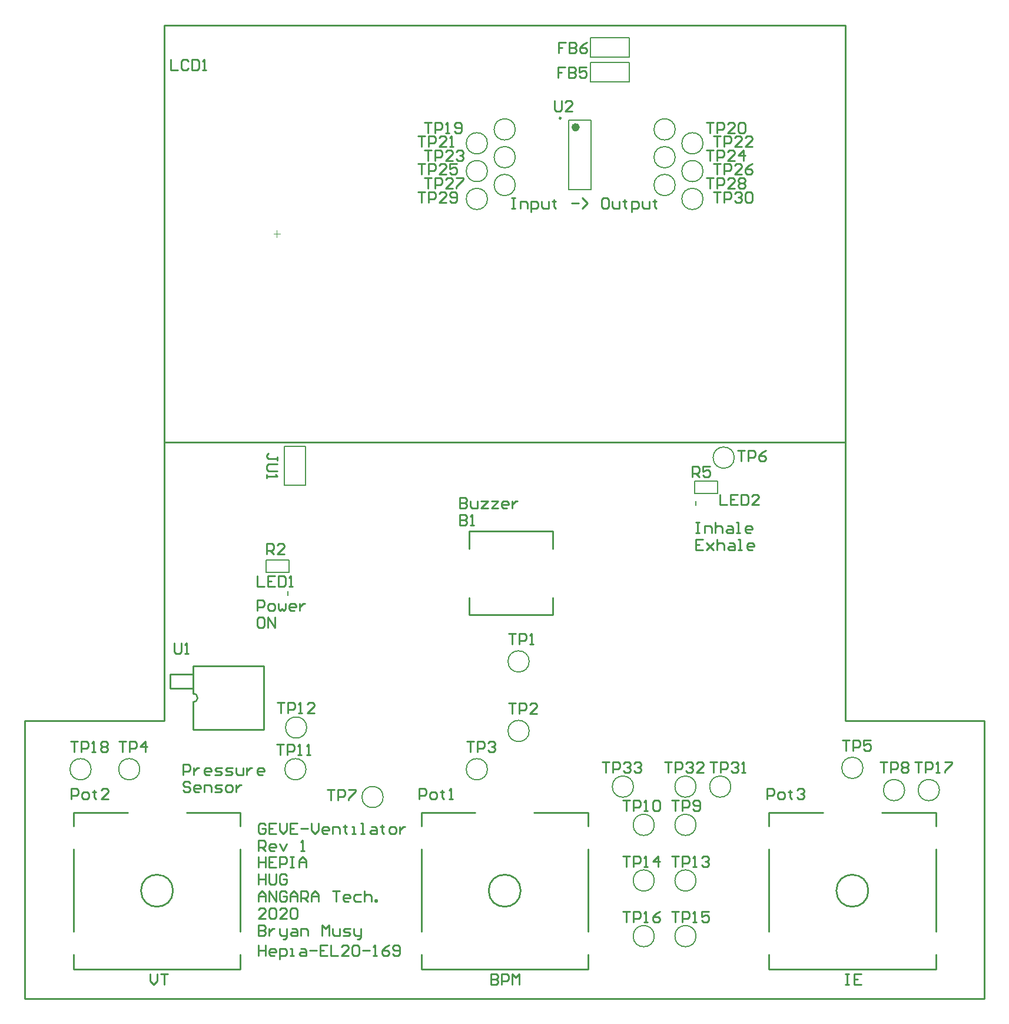
<source format=gto>
G04 Layer_Color=65535*
%FSLAX44Y44*%
%MOMM*%
G71*
G01*
G75*
%ADD17C,0.2540*%
%ADD18C,0.1000*%
%ADD36C,0.6000*%
%ADD37C,0.2500*%
%ADD38C,0.2032*%
%ADD39C,0.2000*%
D17*
X1213000Y155350D02*
G03*
X1213000Y155350I-23000J0D01*
G01*
X213000D02*
G03*
X213000Y155350I-23000J0D01*
G01*
X713000D02*
G03*
X713000Y155350I-23000J0D01*
G01*
X241900Y426340D02*
G03*
X241900Y439040I0J6350D01*
G01*
X200000Y800000D02*
X1180000D01*
Y1400000D01*
X200000Y800000D02*
Y1400000D01*
X1180000D01*
X1310000Y96350D02*
Y155350D01*
Y58350D02*
Y63350D01*
X1070000Y96350D02*
Y155350D01*
Y42500D02*
Y63350D01*
X1310000Y155350D02*
Y215350D01*
X1070000Y155350D02*
Y215350D01*
X1310000Y248350D02*
Y267500D01*
X1070000Y248350D02*
Y267500D01*
Y42500D02*
X1310000D01*
Y58350D01*
X1070000Y267500D02*
X1147500D01*
X1232500D02*
X1310000D01*
X310000Y96350D02*
Y155350D01*
Y58350D02*
Y63350D01*
X70000Y96350D02*
Y155350D01*
Y42500D02*
Y63350D01*
X310000Y155350D02*
Y215350D01*
X70000Y155350D02*
Y215350D01*
X310000Y248350D02*
Y267500D01*
X70000Y248350D02*
Y267500D01*
Y42500D02*
X310000D01*
Y58350D01*
X70000Y267500D02*
X147500D01*
X232500D02*
X310000D01*
X810000Y96350D02*
Y155350D01*
Y58350D02*
Y63350D01*
X570000Y96350D02*
Y155350D01*
Y42500D02*
Y63350D01*
X810000Y155350D02*
Y215350D01*
X570000Y155350D02*
Y215350D01*
X810000Y248350D02*
Y267500D01*
X570000Y248350D02*
Y267500D01*
Y42500D02*
X810000D01*
Y58350D01*
X570000Y267500D02*
X647500D01*
X732500D02*
X810000D01*
X208880Y446660D02*
Y466980D01*
X241900D01*
X208880Y446660D02*
X241900D01*
Y386970D02*
Y426340D01*
Y439040D02*
Y478410D01*
X343500D01*
Y386970D02*
Y478410D01*
X241900Y386970D02*
X343500D01*
X759000Y647000D02*
Y672000D01*
Y552000D02*
Y577000D01*
X639000Y552000D02*
Y577000D01*
Y647000D02*
Y672000D01*
Y552000D02*
X759000D01*
X639000Y672000D02*
X759000D01*
X345697Y250039D02*
X343158Y252578D01*
X338079D01*
X335540Y250039D01*
Y239883D01*
X338079Y237343D01*
X343158D01*
X345697Y239883D01*
Y244961D01*
X340618D01*
X360932Y252578D02*
X350775D01*
Y237343D01*
X360932D01*
X350775Y244961D02*
X355853D01*
X366010Y252578D02*
Y242422D01*
X371088Y237343D01*
X376167Y242422D01*
Y252578D01*
X391402D02*
X381245D01*
Y237343D01*
X391402D01*
X381245Y244961D02*
X386324D01*
X396480D02*
X406637D01*
X411715Y252578D02*
Y242422D01*
X416794Y237343D01*
X421872Y242422D01*
Y252578D01*
X434568Y237343D02*
X429490D01*
X426950Y239883D01*
Y244961D01*
X429490Y247500D01*
X434568D01*
X437107Y244961D01*
Y242422D01*
X426950D01*
X442186Y237343D02*
Y247500D01*
X449803D01*
X452342Y244961D01*
Y237343D01*
X459960Y250039D02*
Y247500D01*
X457421D01*
X462499D01*
X459960D01*
Y239883D01*
X462499Y237343D01*
X470117D02*
X475195D01*
X472656D01*
Y247500D01*
X470117D01*
X482812Y237343D02*
X487891D01*
X485351D01*
Y252578D01*
X482812D01*
X498047Y247500D02*
X503126D01*
X505665Y244961D01*
Y237343D01*
X498047D01*
X495508Y239883D01*
X498047Y242422D01*
X505665D01*
X513283Y250039D02*
Y247500D01*
X510743D01*
X515822D01*
X513283D01*
Y239883D01*
X515822Y237343D01*
X525978D02*
X531057D01*
X533596Y239883D01*
Y244961D01*
X531057Y247500D01*
X525978D01*
X523439Y244961D01*
Y239883D01*
X525978Y237343D01*
X538674Y247500D02*
Y237343D01*
Y242422D01*
X541213Y244961D01*
X543753Y247500D01*
X546292D01*
X335540Y212965D02*
Y228200D01*
X343158D01*
X345697Y225661D01*
Y220583D01*
X343158Y218043D01*
X335540D01*
X340618D02*
X345697Y212965D01*
X358393D02*
X353314D01*
X350775Y215504D01*
Y220583D01*
X353314Y223122D01*
X358393D01*
X360932Y220583D01*
Y218043D01*
X350775D01*
X366010Y223122D02*
X371088Y212965D01*
X376167Y223122D01*
X396480Y212965D02*
X401559D01*
X399020D01*
Y228200D01*
X396480Y225661D01*
X335540Y203822D02*
Y188587D01*
Y196205D01*
X345697D01*
Y203822D01*
Y188587D01*
X360932Y203822D02*
X350775D01*
Y188587D01*
X360932D01*
X350775Y196205D02*
X355853D01*
X366010Y188587D02*
Y203822D01*
X373628D01*
X376167Y201283D01*
Y196205D01*
X373628Y193665D01*
X366010D01*
X381245Y203822D02*
X386324D01*
X383784D01*
Y188587D01*
X381245D01*
X386324D01*
X393941D02*
Y198744D01*
X399019Y203822D01*
X404098Y198744D01*
Y188587D01*
Y196205D01*
X393941D01*
X335540Y179444D02*
Y164209D01*
Y171827D01*
X345697D01*
Y179444D01*
Y164209D01*
X350775Y179444D02*
Y166748D01*
X353314Y164209D01*
X358393D01*
X360932Y166748D01*
Y179444D01*
X376167Y176905D02*
X373628Y179444D01*
X368549D01*
X366010Y176905D01*
Y166748D01*
X368549Y164209D01*
X373628D01*
X376167Y166748D01*
Y171827D01*
X371088D01*
X335540Y139831D02*
Y149988D01*
X340618Y155066D01*
X345697Y149988D01*
Y139831D01*
Y147449D01*
X335540D01*
X350775Y139831D02*
Y155066D01*
X360932Y139831D01*
Y155066D01*
X376167Y152527D02*
X373628Y155066D01*
X368549D01*
X366010Y152527D01*
Y142370D01*
X368549Y139831D01*
X373628D01*
X376167Y142370D01*
Y147449D01*
X371088D01*
X381245Y139831D02*
Y149988D01*
X386324Y155066D01*
X391402Y149988D01*
Y139831D01*
Y147449D01*
X381245D01*
X396480Y139831D02*
Y155066D01*
X404098D01*
X406637Y152527D01*
Y147449D01*
X404098Y144909D01*
X396480D01*
X401559D02*
X406637Y139831D01*
X411715D02*
Y149988D01*
X416794Y155066D01*
X421872Y149988D01*
Y139831D01*
Y147449D01*
X411715D01*
X442186Y155066D02*
X452342D01*
X447264D01*
Y139831D01*
X465038D02*
X459960D01*
X457421Y142370D01*
Y147449D01*
X459960Y149988D01*
X465038D01*
X467577Y147449D01*
Y144909D01*
X457421D01*
X482812Y149988D02*
X475195D01*
X472656Y147449D01*
Y142370D01*
X475195Y139831D01*
X482812D01*
X487891Y155066D02*
Y139831D01*
Y147449D01*
X490430Y149988D01*
X495508D01*
X498047Y147449D01*
Y139831D01*
X503126D02*
Y142370D01*
X505665D01*
Y139831D01*
X503126D01*
X345697Y115453D02*
X335540D01*
X345697Y125610D01*
Y128149D01*
X343158Y130688D01*
X338079D01*
X335540Y128149D01*
X350775D02*
X353314Y130688D01*
X358393D01*
X360932Y128149D01*
Y117992D01*
X358393Y115453D01*
X353314D01*
X350775Y117992D01*
Y128149D01*
X376167Y115453D02*
X366010D01*
X376167Y125610D01*
Y128149D01*
X373628Y130688D01*
X368549D01*
X366010Y128149D01*
X381245D02*
X383784Y130688D01*
X388863D01*
X391402Y128149D01*
Y117992D01*
X388863Y115453D01*
X383784D01*
X381245Y117992D01*
Y128149D01*
X335540Y106310D02*
Y91075D01*
X343158D01*
X345697Y93614D01*
Y96153D01*
X343158Y98692D01*
X335540D01*
X343158D01*
X345697Y101231D01*
Y103771D01*
X343158Y106310D01*
X335540D01*
X350775Y101231D02*
Y91075D01*
Y96153D01*
X353314Y98692D01*
X355853Y101231D01*
X358393D01*
X366010D02*
Y93614D01*
X368549Y91075D01*
X376167D01*
Y88536D01*
X373628Y85996D01*
X371088D01*
X376167Y91075D02*
Y101231D01*
X383784D02*
X388863D01*
X391402Y98692D01*
Y91075D01*
X383784D01*
X381245Y93614D01*
X383784Y96153D01*
X391402D01*
X396480Y91075D02*
Y101231D01*
X404098D01*
X406637Y98692D01*
Y91075D01*
X426950D02*
Y106310D01*
X432029Y101231D01*
X437107Y106310D01*
Y91075D01*
X442186Y101231D02*
Y93614D01*
X444725Y91075D01*
X452342D01*
Y101231D01*
X457421Y91075D02*
X465038D01*
X467577Y93614D01*
X465038Y96153D01*
X459960D01*
X457421Y98692D01*
X459960Y101231D01*
X467577D01*
X472656D02*
Y93614D01*
X475195Y91075D01*
X482812D01*
Y88536D01*
X480273Y85996D01*
X477734D01*
X482812Y91075D02*
Y101231D01*
X335540Y76853D02*
Y61618D01*
Y69236D01*
X345697D01*
Y76853D01*
Y61618D01*
X358393D02*
X353314D01*
X350775Y64158D01*
Y69236D01*
X353314Y71775D01*
X358393D01*
X360932Y69236D01*
Y66697D01*
X350775D01*
X366010Y56540D02*
Y71775D01*
X373628D01*
X376167Y69236D01*
Y64158D01*
X373628Y61618D01*
X366010D01*
X381245D02*
X386324D01*
X383784D01*
Y71775D01*
X381245D01*
X396480D02*
X401559D01*
X404098Y69236D01*
Y61618D01*
X396480D01*
X393941Y64158D01*
X396480Y66697D01*
X404098D01*
X409176Y69236D02*
X419333D01*
X434568Y76853D02*
X424411D01*
Y61618D01*
X434568D01*
X424411Y69236D02*
X429490D01*
X439646Y76853D02*
Y61618D01*
X449803D01*
X465038D02*
X454881D01*
X465038Y71775D01*
Y74314D01*
X462499Y76853D01*
X457421D01*
X454881Y74314D01*
X470117D02*
X472656Y76853D01*
X477734D01*
X480273Y74314D01*
Y64158D01*
X477734Y61618D01*
X472656D01*
X470117Y64158D01*
Y74314D01*
X485351Y69236D02*
X495508D01*
X500587Y61618D02*
X505665D01*
X503126D01*
Y76853D01*
X500587Y74314D01*
X523439Y76853D02*
X518361Y74314D01*
X513283Y69236D01*
Y64158D01*
X515822Y61618D01*
X520900D01*
X523439Y64158D01*
Y66697D01*
X520900Y69236D01*
X513283D01*
X528518Y64158D02*
X531057Y61618D01*
X536135D01*
X538674Y64158D01*
Y74314D01*
X536135Y76853D01*
X531057D01*
X528518Y74314D01*
Y71775D01*
X531057Y69236D01*
X538674D01*
X965040Y684653D02*
X970118D01*
X967579D01*
Y669418D01*
X965040D01*
X970118D01*
X977736D02*
Y679575D01*
X985353D01*
X987893Y677036D01*
Y669418D01*
X992971Y684653D02*
Y669418D01*
Y677036D01*
X995510Y679575D01*
X1000589D01*
X1003128Y677036D01*
Y669418D01*
X1010745Y679575D02*
X1015824D01*
X1018363Y677036D01*
Y669418D01*
X1010745D01*
X1008206Y671957D01*
X1010745Y674496D01*
X1018363D01*
X1023441Y669418D02*
X1028520D01*
X1025980D01*
Y684653D01*
X1023441D01*
X1043755Y669418D02*
X1038676D01*
X1036137Y671957D01*
Y677036D01*
X1038676Y679575D01*
X1043755D01*
X1046294Y677036D01*
Y674496D01*
X1036137D01*
X975197Y660275D02*
X965040D01*
Y645040D01*
X975197D01*
X965040Y652657D02*
X970118D01*
X980275Y655197D02*
X990432Y645040D01*
X985353Y650118D01*
X990432Y655197D01*
X980275Y645040D01*
X995510Y660275D02*
Y645040D01*
Y652657D01*
X998049Y655197D01*
X1003128D01*
X1005667Y652657D01*
Y645040D01*
X1013284Y655197D02*
X1018363D01*
X1020902Y652657D01*
Y645040D01*
X1013284D01*
X1010745Y647579D01*
X1013284Y650118D01*
X1020902D01*
X1025980Y645040D02*
X1031059D01*
X1028520D01*
Y660275D01*
X1025980D01*
X1046294Y645040D02*
X1041215D01*
X1038676Y647579D01*
Y652657D01*
X1041215Y655197D01*
X1046294D01*
X1048833Y652657D01*
Y650118D01*
X1038676D01*
X334540Y557918D02*
Y573153D01*
X342158D01*
X344697Y570614D01*
Y565536D01*
X342158Y562996D01*
X334540D01*
X352314Y557918D02*
X357393D01*
X359932Y560457D01*
Y565536D01*
X357393Y568075D01*
X352314D01*
X349775Y565536D01*
Y560457D01*
X352314Y557918D01*
X365010Y568075D02*
Y560457D01*
X367549Y557918D01*
X370089Y560457D01*
X372628Y557918D01*
X375167Y560457D01*
Y568075D01*
X387863Y557918D02*
X382784D01*
X380245Y560457D01*
Y565536D01*
X382784Y568075D01*
X387863D01*
X390402Y565536D01*
Y562996D01*
X380245D01*
X395480Y568075D02*
Y557918D01*
Y562996D01*
X398019Y565536D01*
X400559Y568075D01*
X403098D01*
X342158Y548775D02*
X337079D01*
X334540Y546236D01*
Y536079D01*
X337079Y533540D01*
X342158D01*
X344697Y536079D01*
Y546236D01*
X342158Y548775D01*
X349775Y533540D02*
Y548775D01*
X359932Y533540D01*
Y548775D01*
X227540Y321918D02*
Y337153D01*
X235158D01*
X237697Y334614D01*
Y329536D01*
X235158Y326996D01*
X227540D01*
X242775Y332075D02*
Y321918D01*
Y326996D01*
X245314Y329536D01*
X247853Y332075D01*
X250393D01*
X265628Y321918D02*
X260549D01*
X258010Y324457D01*
Y329536D01*
X260549Y332075D01*
X265628D01*
X268167Y329536D01*
Y326996D01*
X258010D01*
X273245Y321918D02*
X280863D01*
X283402Y324457D01*
X280863Y326996D01*
X275784D01*
X273245Y329536D01*
X275784Y332075D01*
X283402D01*
X288480Y321918D02*
X296098D01*
X298637Y324457D01*
X296098Y326996D01*
X291019D01*
X288480Y329536D01*
X291019Y332075D01*
X298637D01*
X303715D02*
Y324457D01*
X306255Y321918D01*
X313872D01*
Y332075D01*
X318950D02*
Y321918D01*
Y326996D01*
X321490Y329536D01*
X324029Y332075D01*
X326568D01*
X341803Y321918D02*
X336725D01*
X334185Y324457D01*
Y329536D01*
X336725Y332075D01*
X341803D01*
X344342Y329536D01*
Y326996D01*
X334185D01*
X237697Y310236D02*
X235158Y312775D01*
X230079D01*
X227540Y310236D01*
Y307697D01*
X230079Y305158D01*
X235158D01*
X237697Y302618D01*
Y300079D01*
X235158Y297540D01*
X230079D01*
X227540Y300079D01*
X250393Y297540D02*
X245314D01*
X242775Y300079D01*
Y305158D01*
X245314Y307697D01*
X250393D01*
X252932Y305158D01*
Y302618D01*
X242775D01*
X258010Y297540D02*
Y307697D01*
X265628D01*
X268167Y305158D01*
Y297540D01*
X273245D02*
X280863D01*
X283402Y300079D01*
X280863Y302618D01*
X275784D01*
X273245Y305158D01*
X275784Y307697D01*
X283402D01*
X291019Y297540D02*
X296098D01*
X298637Y300079D01*
Y305158D01*
X296098Y307697D01*
X291019D01*
X288480Y305158D01*
Y300079D01*
X291019Y297540D01*
X303715Y307697D02*
Y297540D01*
Y302618D01*
X306255Y305158D01*
X308794Y307697D01*
X311333D01*
X215000Y511235D02*
Y498539D01*
X217539Y496000D01*
X222617D01*
X225157Y498539D01*
Y511235D01*
X230235Y496000D02*
X235313D01*
X232774D01*
Y511235D01*
X230235Y508696D01*
X777607Y1374775D02*
X767450D01*
Y1367157D01*
X772528D01*
X767450D01*
Y1359540D01*
X782685Y1374775D02*
Y1359540D01*
X790303D01*
X792842Y1362079D01*
Y1364618D01*
X790303Y1367157D01*
X782685D01*
X790303D01*
X792842Y1369697D01*
Y1372236D01*
X790303Y1374775D01*
X782685D01*
X808077D02*
X802999Y1372236D01*
X797920Y1367157D01*
Y1362079D01*
X800459Y1359540D01*
X805538D01*
X808077Y1362079D01*
Y1364618D01*
X805538Y1367157D01*
X797920D01*
X776607Y1339775D02*
X766450D01*
Y1332157D01*
X771528D01*
X766450D01*
Y1324540D01*
X781685Y1339775D02*
Y1324540D01*
X789303D01*
X791842Y1327079D01*
Y1329618D01*
X789303Y1332157D01*
X781685D01*
X789303D01*
X791842Y1334697D01*
Y1337236D01*
X789303Y1339775D01*
X781685D01*
X807077D02*
X796920D01*
Y1332157D01*
X801999Y1334697D01*
X804538D01*
X807077Y1332157D01*
Y1327079D01*
X804538Y1324540D01*
X799459D01*
X796920Y1327079D01*
X762000Y1291235D02*
Y1278539D01*
X764539Y1276000D01*
X769617D01*
X772157Y1278539D01*
Y1291235D01*
X787392Y1276000D02*
X777235D01*
X787392Y1286157D01*
Y1288696D01*
X784853Y1291235D01*
X779774D01*
X777235Y1288696D01*
X960000Y750000D02*
Y765235D01*
X967617D01*
X970157Y762696D01*
Y757617D01*
X967617Y755078D01*
X960000D01*
X965078D02*
X970157Y750000D01*
X985392Y765235D02*
X975235D01*
Y757617D01*
X980313Y760157D01*
X982853D01*
X985392Y757617D01*
Y752539D01*
X982853Y750000D01*
X977774D01*
X975235Y752539D01*
X347984Y639572D02*
Y654807D01*
X355602D01*
X358141Y652268D01*
Y647189D01*
X355602Y644650D01*
X347984D01*
X353062D02*
X358141Y639572D01*
X373376D02*
X363219D01*
X373376Y649729D01*
Y652268D01*
X370837Y654807D01*
X365758D01*
X363219Y652268D01*
X1000000Y725235D02*
Y710000D01*
X1010157D01*
X1025392Y725235D02*
X1015235D01*
Y710000D01*
X1025392D01*
X1015235Y717617D02*
X1020313D01*
X1030470Y725235D02*
Y710000D01*
X1038088D01*
X1040627Y712539D01*
Y722696D01*
X1038088Y725235D01*
X1030470D01*
X1055862Y710000D02*
X1045705D01*
X1055862Y720157D01*
Y722696D01*
X1053323Y725235D01*
X1048244D01*
X1045705Y722696D01*
X334000Y608235D02*
Y593000D01*
X344157D01*
X359392Y608235D02*
X349235D01*
Y593000D01*
X359392D01*
X349235Y600617D02*
X354313D01*
X364470Y608235D02*
Y593000D01*
X372088D01*
X374627Y595539D01*
Y605696D01*
X372088Y608235D01*
X364470D01*
X379705Y593000D02*
X384784D01*
X382244D01*
Y608235D01*
X379705Y605696D01*
X363235Y773843D02*
Y778922D01*
Y776382D01*
X350539D01*
X348000Y778922D01*
Y781461D01*
X350539Y784000D01*
X363235Y768765D02*
X350539D01*
X348000Y766226D01*
Y761147D01*
X350539Y758608D01*
X363235D01*
X348000Y753530D02*
Y748452D01*
Y750991D01*
X363235D01*
X360696Y753530D01*
X625652Y696029D02*
Y680794D01*
X633270D01*
X635809Y683333D01*
Y685872D01*
X633270Y688412D01*
X625652D01*
X633270D01*
X635809Y690951D01*
Y693490D01*
X633270Y696029D01*
X625652D01*
X640887Y680794D02*
X645965D01*
X643426D01*
Y696029D01*
X640887Y693490D01*
X695395Y525000D02*
X705552D01*
X700473D01*
Y509765D01*
X710630D02*
Y525000D01*
X718248D01*
X720787Y522461D01*
Y517383D01*
X718248Y514843D01*
X710630D01*
X725865Y509765D02*
X730944D01*
X728404D01*
Y525000D01*
X725865Y522461D01*
X695395Y425000D02*
X705552D01*
X700473D01*
Y409765D01*
X710630D02*
Y425000D01*
X718248D01*
X720787Y422461D01*
Y417383D01*
X718248Y414843D01*
X710630D01*
X736022Y409765D02*
X725865D01*
X736022Y419922D01*
Y422461D01*
X733483Y425000D01*
X728404D01*
X725865Y422461D01*
X635395Y370000D02*
X645552D01*
X640473D01*
Y354765D01*
X650630D02*
Y370000D01*
X658248D01*
X660787Y367461D01*
Y362383D01*
X658248Y359843D01*
X650630D01*
X665865Y367461D02*
X668404Y370000D01*
X673483D01*
X676022Y367461D01*
Y364922D01*
X673483Y362383D01*
X670944D01*
X673483D01*
X676022Y359843D01*
Y357304D01*
X673483Y354765D01*
X668404D01*
X665865Y357304D01*
X135395Y370000D02*
X145552D01*
X140473D01*
Y354765D01*
X150630D02*
Y370000D01*
X158248D01*
X160787Y367461D01*
Y362383D01*
X158248Y359843D01*
X150630D01*
X173483Y354765D02*
Y370000D01*
X165865Y362383D01*
X176022D01*
X1175395Y372000D02*
X1185552D01*
X1180473D01*
Y356765D01*
X1190630D02*
Y372000D01*
X1198248D01*
X1200787Y369461D01*
Y364383D01*
X1198248Y361843D01*
X1190630D01*
X1216022Y372000D02*
X1205865D01*
Y364383D01*
X1210944Y366922D01*
X1213483D01*
X1216022Y364383D01*
Y359304D01*
X1213483Y356765D01*
X1208404D01*
X1205865Y359304D01*
X1025000Y788235D02*
X1035157D01*
X1030078D01*
Y773000D01*
X1040235D02*
Y788235D01*
X1047853D01*
X1050392Y785696D01*
Y780618D01*
X1047853Y778078D01*
X1040235D01*
X1065627Y788235D02*
X1060548Y785696D01*
X1055470Y780618D01*
Y775539D01*
X1058009Y773000D01*
X1063088D01*
X1065627Y775539D01*
Y778078D01*
X1063088Y780618D01*
X1055470D01*
X435000Y300235D02*
X445157D01*
X440078D01*
Y285000D01*
X450235D02*
Y300235D01*
X457853D01*
X460392Y297696D01*
Y292617D01*
X457853Y290078D01*
X450235D01*
X465470Y300235D02*
X475627D01*
Y297696D01*
X465470Y287539D01*
Y285000D01*
X1230000Y340235D02*
X1240157D01*
X1235078D01*
Y325000D01*
X1245235D02*
Y340235D01*
X1252853D01*
X1255392Y337696D01*
Y332618D01*
X1252853Y330078D01*
X1245235D01*
X1260470Y337696D02*
X1263009Y340235D01*
X1268088D01*
X1270627Y337696D01*
Y335157D01*
X1268088Y332618D01*
X1270627Y330078D01*
Y327539D01*
X1268088Y325000D01*
X1263009D01*
X1260470Y327539D01*
Y330078D01*
X1263009Y332618D01*
X1260470Y335157D01*
Y337696D01*
X1263009Y332618D02*
X1268088D01*
X930000Y285235D02*
X940157D01*
X935078D01*
Y270000D01*
X945235D02*
Y285235D01*
X952853D01*
X955392Y282696D01*
Y277618D01*
X952853Y275078D01*
X945235D01*
X960470Y272539D02*
X963009Y270000D01*
X968088D01*
X970627Y272539D01*
Y282696D01*
X968088Y285235D01*
X963009D01*
X960470Y282696D01*
Y280157D01*
X963009Y277618D01*
X970627D01*
X860000Y285235D02*
X870157D01*
X865078D01*
Y270000D01*
X875235D02*
Y285235D01*
X882853D01*
X885392Y282696D01*
Y277618D01*
X882853Y275078D01*
X875235D01*
X890470Y270000D02*
X895548D01*
X893009D01*
Y285235D01*
X890470Y282696D01*
X903166D02*
X905705Y285235D01*
X910784D01*
X913323Y282696D01*
Y272539D01*
X910784Y270000D01*
X905705D01*
X903166Y272539D01*
Y282696D01*
X362000Y366235D02*
X372157D01*
X367078D01*
Y351000D01*
X377235D02*
Y366235D01*
X384853D01*
X387392Y363696D01*
Y358618D01*
X384853Y356078D01*
X377235D01*
X392470Y351000D02*
X397548D01*
X395009D01*
Y366235D01*
X392470Y363696D01*
X405166Y351000D02*
X410244D01*
X407705D01*
Y366235D01*
X405166Y363696D01*
X363000Y426235D02*
X373157D01*
X368078D01*
Y411000D01*
X378235D02*
Y426235D01*
X385853D01*
X388392Y423696D01*
Y418618D01*
X385853Y416078D01*
X378235D01*
X393470Y411000D02*
X398549D01*
X396009D01*
Y426235D01*
X393470Y423696D01*
X416323Y411000D02*
X406166D01*
X416323Y421157D01*
Y423696D01*
X413784Y426235D01*
X408705D01*
X406166Y423696D01*
X930000Y205235D02*
X940157D01*
X935078D01*
Y190000D01*
X945235D02*
Y205235D01*
X952853D01*
X955392Y202696D01*
Y197618D01*
X952853Y195078D01*
X945235D01*
X960470Y190000D02*
X965548D01*
X963009D01*
Y205235D01*
X960470Y202696D01*
X973166D02*
X975705Y205235D01*
X980784D01*
X983323Y202696D01*
Y200157D01*
X980784Y197618D01*
X978244D01*
X980784D01*
X983323Y195078D01*
Y192539D01*
X980784Y190000D01*
X975705D01*
X973166Y192539D01*
X860000Y205235D02*
X870157D01*
X865078D01*
Y190000D01*
X875235D02*
Y205235D01*
X882853D01*
X885392Y202696D01*
Y197618D01*
X882853Y195078D01*
X875235D01*
X890470Y190000D02*
X895548D01*
X893009D01*
Y205235D01*
X890470Y202696D01*
X910784Y190000D02*
Y205235D01*
X903166Y197618D01*
X913323D01*
X930000Y125235D02*
X940157D01*
X935078D01*
Y110000D01*
X945235D02*
Y125235D01*
X952853D01*
X955392Y122696D01*
Y117618D01*
X952853Y115078D01*
X945235D01*
X960470Y110000D02*
X965548D01*
X963009D01*
Y125235D01*
X960470Y122696D01*
X983323Y125235D02*
X973166D01*
Y117618D01*
X978244Y120157D01*
X980784D01*
X983323Y117618D01*
Y112539D01*
X980784Y110000D01*
X975705D01*
X973166Y112539D01*
X860000Y125235D02*
X870157D01*
X865078D01*
Y110000D01*
X875235D02*
Y125235D01*
X882853D01*
X885392Y122696D01*
Y117618D01*
X882853Y115078D01*
X875235D01*
X890470Y110000D02*
X895548D01*
X893009D01*
Y125235D01*
X890470Y122696D01*
X913323Y125235D02*
X908244Y122696D01*
X903166Y117618D01*
Y112539D01*
X905705Y110000D01*
X910784D01*
X913323Y112539D01*
Y115078D01*
X910784Y117618D01*
X903166D01*
X1280000Y340235D02*
X1290157D01*
X1285078D01*
Y325000D01*
X1295235D02*
Y340235D01*
X1302853D01*
X1305392Y337696D01*
Y332618D01*
X1302853Y330078D01*
X1295235D01*
X1310470Y325000D02*
X1315549D01*
X1313009D01*
Y340235D01*
X1310470Y337696D01*
X1323166Y340235D02*
X1333323D01*
Y337696D01*
X1323166Y327539D01*
Y325000D01*
X65395Y370000D02*
X75552D01*
X70473D01*
Y354765D01*
X80630D02*
Y370000D01*
X88248D01*
X90787Y367461D01*
Y362383D01*
X88248Y359843D01*
X80630D01*
X95865Y354765D02*
X100943D01*
X98404D01*
Y370000D01*
X95865Y367461D01*
X108561D02*
X111100Y370000D01*
X116179D01*
X118718Y367461D01*
Y364922D01*
X116179Y362383D01*
X118718Y359843D01*
Y357304D01*
X116179Y354765D01*
X111100D01*
X108561Y357304D01*
Y359843D01*
X111100Y362383D01*
X108561Y364922D01*
Y367461D01*
X111100Y362383D02*
X116179D01*
X575000Y1260235D02*
X585157D01*
X580078D01*
Y1245000D01*
X590235D02*
Y1260235D01*
X597853D01*
X600392Y1257696D01*
Y1252617D01*
X597853Y1250078D01*
X590235D01*
X605470Y1245000D02*
X610549D01*
X608009D01*
Y1260235D01*
X605470Y1257696D01*
X618166Y1247539D02*
X620705Y1245000D01*
X625784D01*
X628323Y1247539D01*
Y1257696D01*
X625784Y1260235D01*
X620705D01*
X618166Y1257696D01*
Y1255157D01*
X620705Y1252617D01*
X628323D01*
X980000Y1260235D02*
X990157D01*
X985078D01*
Y1245000D01*
X995235D02*
Y1260235D01*
X1002853D01*
X1005392Y1257696D01*
Y1252617D01*
X1002853Y1250078D01*
X995235D01*
X1020627Y1245000D02*
X1010470D01*
X1020627Y1255157D01*
Y1257696D01*
X1018088Y1260235D01*
X1013009D01*
X1010470Y1257696D01*
X1025705D02*
X1028244Y1260235D01*
X1033323D01*
X1035862Y1257696D01*
Y1247539D01*
X1033323Y1245000D01*
X1028244D01*
X1025705Y1247539D01*
Y1257696D01*
X565000Y1240235D02*
X575157D01*
X570078D01*
Y1225000D01*
X580235D02*
Y1240235D01*
X587853D01*
X590392Y1237696D01*
Y1232617D01*
X587853Y1230078D01*
X580235D01*
X605627Y1225000D02*
X595470D01*
X605627Y1235157D01*
Y1237696D01*
X603088Y1240235D01*
X598009D01*
X595470Y1237696D01*
X610705Y1225000D02*
X615784D01*
X613244D01*
Y1240235D01*
X610705Y1237696D01*
X990000Y1240235D02*
X1000157D01*
X995078D01*
Y1225000D01*
X1005235D02*
Y1240235D01*
X1012853D01*
X1015392Y1237696D01*
Y1232617D01*
X1012853Y1230078D01*
X1005235D01*
X1030627Y1225000D02*
X1020470D01*
X1030627Y1235157D01*
Y1237696D01*
X1028088Y1240235D01*
X1023009D01*
X1020470Y1237696D01*
X1045862Y1225000D02*
X1035705D01*
X1045862Y1235157D01*
Y1237696D01*
X1043323Y1240235D01*
X1038244D01*
X1035705Y1237696D01*
X575000Y1220235D02*
X585157D01*
X580078D01*
Y1205000D01*
X590235D02*
Y1220235D01*
X597853D01*
X600392Y1217696D01*
Y1212617D01*
X597853Y1210078D01*
X590235D01*
X615627Y1205000D02*
X605470D01*
X615627Y1215157D01*
Y1217696D01*
X613088Y1220235D01*
X608009D01*
X605470Y1217696D01*
X620705D02*
X623244Y1220235D01*
X628323D01*
X630862Y1217696D01*
Y1215157D01*
X628323Y1212617D01*
X625784D01*
X628323D01*
X630862Y1210078D01*
Y1207539D01*
X628323Y1205000D01*
X623244D01*
X620705Y1207539D01*
X980000Y1220235D02*
X990157D01*
X985078D01*
Y1205000D01*
X995235D02*
Y1220235D01*
X1002853D01*
X1005392Y1217696D01*
Y1212617D01*
X1002853Y1210078D01*
X995235D01*
X1020627Y1205000D02*
X1010470D01*
X1020627Y1215157D01*
Y1217696D01*
X1018088Y1220235D01*
X1013009D01*
X1010470Y1217696D01*
X1033323Y1205000D02*
Y1220235D01*
X1025705Y1212617D01*
X1035862D01*
X565000Y1200235D02*
X575157D01*
X570078D01*
Y1185000D01*
X580235D02*
Y1200235D01*
X587853D01*
X590392Y1197696D01*
Y1192618D01*
X587853Y1190078D01*
X580235D01*
X605627Y1185000D02*
X595470D01*
X605627Y1195157D01*
Y1197696D01*
X603088Y1200235D01*
X598009D01*
X595470Y1197696D01*
X620862Y1200235D02*
X610705D01*
Y1192618D01*
X615784Y1195157D01*
X618323D01*
X620862Y1192618D01*
Y1187539D01*
X618323Y1185000D01*
X613244D01*
X610705Y1187539D01*
X990000Y1200235D02*
X1000157D01*
X995078D01*
Y1185000D01*
X1005235D02*
Y1200235D01*
X1012853D01*
X1015392Y1197696D01*
Y1192617D01*
X1012853Y1190078D01*
X1005235D01*
X1030627Y1185000D02*
X1020470D01*
X1030627Y1195157D01*
Y1197696D01*
X1028088Y1200235D01*
X1023009D01*
X1020470Y1197696D01*
X1045862Y1200235D02*
X1040784Y1197696D01*
X1035705Y1192617D01*
Y1187539D01*
X1038244Y1185000D01*
X1043323D01*
X1045862Y1187539D01*
Y1190078D01*
X1043323Y1192617D01*
X1035705D01*
X575000Y1180235D02*
X585157D01*
X580078D01*
Y1165000D01*
X590235D02*
Y1180235D01*
X597853D01*
X600392Y1177696D01*
Y1172617D01*
X597853Y1170078D01*
X590235D01*
X615627Y1165000D02*
X605470D01*
X615627Y1175157D01*
Y1177696D01*
X613088Y1180235D01*
X608009D01*
X605470Y1177696D01*
X620705Y1180235D02*
X630862D01*
Y1177696D01*
X620705Y1167539D01*
Y1165000D01*
X980000Y1180235D02*
X990157D01*
X985078D01*
Y1165000D01*
X995235D02*
Y1180235D01*
X1002853D01*
X1005392Y1177696D01*
Y1172617D01*
X1002853Y1170078D01*
X995235D01*
X1020627Y1165000D02*
X1010470D01*
X1020627Y1175157D01*
Y1177696D01*
X1018088Y1180235D01*
X1013009D01*
X1010470Y1177696D01*
X1025705D02*
X1028244Y1180235D01*
X1033323D01*
X1035862Y1177696D01*
Y1175157D01*
X1033323Y1172617D01*
X1035862Y1170078D01*
Y1167539D01*
X1033323Y1165000D01*
X1028244D01*
X1025705Y1167539D01*
Y1170078D01*
X1028244Y1172617D01*
X1025705Y1175157D01*
Y1177696D01*
X1028244Y1172617D02*
X1033323D01*
X565000Y1160235D02*
X575157D01*
X570078D01*
Y1145000D01*
X580235D02*
Y1160235D01*
X587853D01*
X590392Y1157696D01*
Y1152617D01*
X587853Y1150078D01*
X580235D01*
X605627Y1145000D02*
X595470D01*
X605627Y1155157D01*
Y1157696D01*
X603088Y1160235D01*
X598009D01*
X595470Y1157696D01*
X610705Y1147539D02*
X613244Y1145000D01*
X618323D01*
X620862Y1147539D01*
Y1157696D01*
X618323Y1160235D01*
X613244D01*
X610705Y1157696D01*
Y1155157D01*
X613244Y1152617D01*
X620862D01*
X990000Y1160235D02*
X1000157D01*
X995078D01*
Y1145000D01*
X1005235D02*
Y1160235D01*
X1012853D01*
X1015392Y1157696D01*
Y1152617D01*
X1012853Y1150078D01*
X1005235D01*
X1020470Y1157696D02*
X1023009Y1160235D01*
X1028088D01*
X1030627Y1157696D01*
Y1155157D01*
X1028088Y1152617D01*
X1025548D01*
X1028088D01*
X1030627Y1150078D01*
Y1147539D01*
X1028088Y1145000D01*
X1023009D01*
X1020470Y1147539D01*
X1035705Y1157696D02*
X1038244Y1160235D01*
X1043323D01*
X1045862Y1157696D01*
Y1147539D01*
X1043323Y1145000D01*
X1038244D01*
X1035705Y1147539D01*
Y1157696D01*
X985000Y340235D02*
X995157D01*
X990078D01*
Y325000D01*
X1000235D02*
Y340235D01*
X1007853D01*
X1010392Y337696D01*
Y332618D01*
X1007853Y330078D01*
X1000235D01*
X1015470Y337696D02*
X1018009Y340235D01*
X1023088D01*
X1025627Y337696D01*
Y335157D01*
X1023088Y332618D01*
X1020548D01*
X1023088D01*
X1025627Y330078D01*
Y327539D01*
X1023088Y325000D01*
X1018009D01*
X1015470Y327539D01*
X1030705Y325000D02*
X1035784D01*
X1033244D01*
Y340235D01*
X1030705Y337696D01*
X920000Y340235D02*
X930157D01*
X925078D01*
Y325000D01*
X935235D02*
Y340235D01*
X942853D01*
X945392Y337696D01*
Y332618D01*
X942853Y330078D01*
X935235D01*
X950470Y337696D02*
X953009Y340235D01*
X958088D01*
X960627Y337696D01*
Y335157D01*
X958088Y332618D01*
X955548D01*
X958088D01*
X960627Y330078D01*
Y327539D01*
X958088Y325000D01*
X953009D01*
X950470Y327539D01*
X975862Y325000D02*
X965705D01*
X975862Y335157D01*
Y337696D01*
X973323Y340235D01*
X968244D01*
X965705Y337696D01*
X830000Y340235D02*
X840157D01*
X835078D01*
Y325000D01*
X845235D02*
Y340235D01*
X852853D01*
X855392Y337696D01*
Y332618D01*
X852853Y330078D01*
X845235D01*
X860470Y337696D02*
X863009Y340235D01*
X868088D01*
X870627Y337696D01*
Y335157D01*
X868088Y332618D01*
X865548D01*
X868088D01*
X870627Y330078D01*
Y327539D01*
X868088Y325000D01*
X863009D01*
X860470Y327539D01*
X875705Y337696D02*
X878244Y340235D01*
X883323D01*
X885862Y337696D01*
Y335157D01*
X883323Y332618D01*
X880784D01*
X883323D01*
X885862Y330078D01*
Y327539D01*
X883323Y325000D01*
X878244D01*
X875705Y327539D01*
X567122Y287212D02*
Y302447D01*
X574739D01*
X577279Y299908D01*
Y294830D01*
X574739Y292290D01*
X567122D01*
X584896Y287212D02*
X589975D01*
X592514Y289751D01*
Y294830D01*
X589975Y297369D01*
X584896D01*
X582357Y294830D01*
Y289751D01*
X584896Y287212D01*
X600131Y299908D02*
Y297369D01*
X597592D01*
X602671D01*
X600131D01*
Y289751D01*
X602671Y287212D01*
X610288D02*
X615366D01*
X612827D01*
Y302447D01*
X610288Y299908D01*
X66996Y287212D02*
Y302447D01*
X74613D01*
X77153Y299908D01*
Y294830D01*
X74613Y292290D01*
X66996D01*
X84770Y287212D02*
X89849D01*
X92388Y289751D01*
Y294830D01*
X89849Y297369D01*
X84770D01*
X82231Y294830D01*
Y289751D01*
X84770Y287212D01*
X100005Y299908D02*
Y297369D01*
X97466D01*
X102544D01*
X100005D01*
Y289751D01*
X102544Y287212D01*
X120319D02*
X110162D01*
X120319Y297369D01*
Y299908D01*
X117780Y302447D01*
X112701D01*
X110162Y299908D01*
X1066994Y287212D02*
Y302447D01*
X1074612D01*
X1077151Y299908D01*
Y294830D01*
X1074612Y292290D01*
X1066994D01*
X1084768Y287212D02*
X1089847D01*
X1092386Y289751D01*
Y294830D01*
X1089847Y297369D01*
X1084768D01*
X1082229Y294830D01*
Y289751D01*
X1084768Y287212D01*
X1100003Y299908D02*
Y297369D01*
X1097464D01*
X1102542D01*
X1100003D01*
Y289751D01*
X1102542Y287212D01*
X1110160Y299908D02*
X1112699Y302447D01*
X1117778D01*
X1120317Y299908D01*
Y297369D01*
X1117778Y294830D01*
X1115238D01*
X1117778D01*
X1120317Y292290D01*
Y289751D01*
X1117778Y287212D01*
X1112699D01*
X1110160Y289751D01*
X210000Y1350235D02*
Y1335000D01*
X220157D01*
X235392Y1347696D02*
X232853Y1350235D01*
X227774D01*
X225235Y1347696D01*
Y1337539D01*
X227774Y1335000D01*
X232853D01*
X235392Y1337539D01*
X240470Y1350235D02*
Y1335000D01*
X248088D01*
X250627Y1337539D01*
Y1347696D01*
X248088Y1350235D01*
X240470D01*
X255705Y1335000D02*
X260784D01*
X258244D01*
Y1350235D01*
X255705Y1347696D01*
X625000Y720235D02*
Y705000D01*
X632617D01*
X635157Y707539D01*
Y710078D01*
X632617Y712617D01*
X625000D01*
X632617D01*
X635157Y715157D01*
Y717696D01*
X632617Y720235D01*
X625000D01*
X640235Y715157D02*
Y707539D01*
X642774Y705000D01*
X650392D01*
Y715157D01*
X655470D02*
X665627D01*
X655470Y705000D01*
X665627D01*
X670705Y715157D02*
X680862D01*
X670705Y705000D01*
X680862D01*
X693558D02*
X688480D01*
X685940Y707539D01*
Y712617D01*
X688480Y715157D01*
X693558D01*
X696097Y712617D01*
Y710078D01*
X685940D01*
X701175Y715157D02*
Y705000D01*
Y710078D01*
X703715Y712617D01*
X706254Y715157D01*
X708793D01*
X700000Y1151235D02*
X705078D01*
X702539D01*
Y1136000D01*
X700000D01*
X705078D01*
X712696D02*
Y1146157D01*
X720313D01*
X722853Y1143618D01*
Y1136000D01*
X727931Y1130922D02*
Y1146157D01*
X735548D01*
X738088Y1143618D01*
Y1138539D01*
X735548Y1136000D01*
X727931D01*
X743166Y1146157D02*
Y1138539D01*
X745705Y1136000D01*
X753323D01*
Y1146157D01*
X760940Y1148696D02*
Y1146157D01*
X758401D01*
X763479D01*
X760940D01*
Y1138539D01*
X763479Y1136000D01*
X786332Y1143618D02*
X796489D01*
X801567Y1136000D02*
X809185Y1143618D01*
X801567Y1151235D01*
X837116D02*
X832037D01*
X829498Y1148696D01*
Y1138539D01*
X832037Y1136000D01*
X837116D01*
X839655Y1138539D01*
Y1148696D01*
X837116Y1151235D01*
X844733Y1146157D02*
Y1138539D01*
X847272Y1136000D01*
X854890D01*
Y1146157D01*
X862507Y1148696D02*
Y1146157D01*
X859968D01*
X865047D01*
X862507D01*
Y1138539D01*
X865047Y1136000D01*
X872664Y1130922D02*
Y1146157D01*
X880282D01*
X882821Y1143618D01*
Y1138539D01*
X880282Y1136000D01*
X872664D01*
X887899Y1146157D02*
Y1138539D01*
X890438Y1136000D01*
X898056D01*
Y1146157D01*
X905673Y1148696D02*
Y1146157D01*
X903134D01*
X908213D01*
X905673D01*
Y1138539D01*
X908213Y1136000D01*
X670000Y35235D02*
Y20000D01*
X677617D01*
X680157Y22539D01*
Y25078D01*
X677617Y27618D01*
X670000D01*
X677617D01*
X680157Y30157D01*
Y32696D01*
X677617Y35235D01*
X670000D01*
X685235Y20000D02*
Y35235D01*
X692853D01*
X695392Y32696D01*
Y27618D01*
X692853Y25078D01*
X685235D01*
X700470Y20000D02*
Y35235D01*
X705548Y30157D01*
X710627Y35235D01*
Y20000D01*
X180000Y35235D02*
Y25078D01*
X185078Y20000D01*
X190157Y25078D01*
Y35235D01*
X195235D02*
X205392D01*
X200313D01*
Y20000D01*
X1180000Y35235D02*
X1185078D01*
X1182539D01*
Y20000D01*
X1180000D01*
X1185078D01*
X1202853Y35235D02*
X1192696D01*
Y20000D01*
X1202853D01*
X1192696Y27618D02*
X1197774D01*
X200000Y1400000D02*
X1180000D01*
Y400000D02*
X1380000D01*
X200000D02*
Y1400000D01*
X0Y400000D02*
X200000D01*
X0Y0D02*
Y400000D01*
Y-0D02*
X1380000D01*
X1180000Y400000D02*
Y1400000D01*
X1380000Y0D02*
Y400000D01*
D18*
X357500Y1100000D02*
X367500D01*
X362500Y1095000D02*
Y1105000D01*
D36*
X795000Y1253000D02*
G03*
X795000Y1253000I-3000J0D01*
G01*
D37*
X771000Y1266200D02*
G03*
X771000Y1266200I-1250J0D01*
G01*
D38*
X1315240Y300000D02*
G03*
X1315240Y300000I-15240J0D01*
G01*
X1265240D02*
G03*
X1265240Y300000I-15240J0D01*
G01*
X95240Y330000D02*
G03*
X95240Y330000I-15240J0D01*
G01*
X665240D02*
G03*
X665240Y330000I-15240J0D01*
G01*
X165240D02*
G03*
X165240Y330000I-15240J0D01*
G01*
X1205240Y332000D02*
G03*
X1205240Y332000I-15240J0D01*
G01*
X725240Y385000D02*
G03*
X725240Y385000I-15240J0D01*
G01*
Y485000D02*
G03*
X725240Y485000I-15240J0D01*
G01*
X705240Y1250000D02*
G03*
X705240Y1250000I-15240J0D01*
G01*
X665240Y1230000D02*
G03*
X665240Y1230000I-15240J0D01*
G01*
X705240Y1210000D02*
G03*
X705240Y1210000I-15240J0D01*
G01*
X665240Y1190000D02*
G03*
X665240Y1190000I-15240J0D01*
G01*
X705240Y1170000D02*
G03*
X705240Y1170000I-15240J0D01*
G01*
X665240Y1150000D02*
G03*
X665240Y1150000I-15240J0D01*
G01*
X935240Y1250000D02*
G03*
X935240Y1250000I-15240J0D01*
G01*
X975240Y1230000D02*
G03*
X975240Y1230000I-15240J0D01*
G01*
X935240Y1210000D02*
G03*
X935240Y1210000I-15240J0D01*
G01*
X975240Y1190000D02*
G03*
X975240Y1190000I-15240J0D01*
G01*
X935240Y1170000D02*
G03*
X935240Y1170000I-15240J0D01*
G01*
X975240Y1150000D02*
G03*
X975240Y1150000I-15240J0D01*
G01*
X1020240Y778000D02*
G03*
X1020240Y778000I-15240J0D01*
G01*
X404240Y330000D02*
G03*
X404240Y330000I-15240J0D01*
G01*
X405240Y390000D02*
G03*
X405240Y390000I-15240J0D01*
G01*
X905240Y250000D02*
G03*
X905240Y250000I-15240J0D01*
G01*
Y170000D02*
G03*
X905240Y170000I-15240J0D01*
G01*
Y90000D02*
G03*
X905240Y90000I-15240J0D01*
G01*
X965240Y305000D02*
G03*
X965240Y305000I-15240J0D01*
G01*
X1015240D02*
G03*
X1015240Y305000I-15240J0D01*
G01*
X965240Y250000D02*
G03*
X965240Y250000I-15240J0D01*
G01*
Y170000D02*
G03*
X965240Y170000I-15240J0D01*
G01*
Y90000D02*
G03*
X965240Y90000I-15240J0D01*
G01*
X875240Y305000D02*
G03*
X875240Y305000I-15240J0D01*
G01*
X515240Y290000D02*
G03*
X515240Y290000I-15240J0D01*
G01*
X868930Y1318570D02*
Y1346510D01*
X813050Y1318570D02*
X868930D01*
X813050D02*
Y1346510D01*
X868930D01*
Y1353570D02*
Y1381510D01*
X813050Y1353570D02*
X868930D01*
X813050D02*
Y1381510D01*
X868930D01*
X962990Y726110D02*
Y743890D01*
Y726110D02*
X996010D01*
Y743890D01*
X962990D02*
X996010D01*
X379510Y613110D02*
Y630890D01*
X346490D02*
X379510D01*
X346490Y613110D02*
Y630890D01*
Y613110D02*
X379510D01*
X403240Y738760D02*
Y794640D01*
X372760D02*
X403240D01*
X372760Y738760D02*
X403240D01*
X372760D02*
Y794640D01*
D39*
X782000Y1163000D02*
X814000D01*
X782000Y1263000D02*
X814000D01*
Y1163000D02*
Y1263000D01*
X782000Y1163000D02*
Y1263000D01*
X964500Y709500D02*
Y715500D01*
X378000Y580000D02*
Y586000D01*
M02*

</source>
